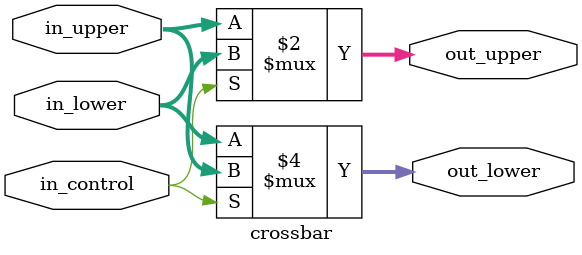
<source format=v>
`timescale 1ns/1ns
module crossbar (
		 input [19:0] 	   in_upper, 
		 input [19:0] 	   in_lower, 
		 input  		   in_control,
		 output [19:0] out_upper, 
		 output [19:0] out_lower
		 );
   
   /* 
    Control Signal:
    0 = Straight 
    1 = XBAR (swaps upper and lower inputs on the output)
    */

   assign out_upper = ~in_control ? in_upper : in_lower;
   assign out_lower = ~in_control ? in_lower : in_upper;
   
endmodule // crossbar

</source>
